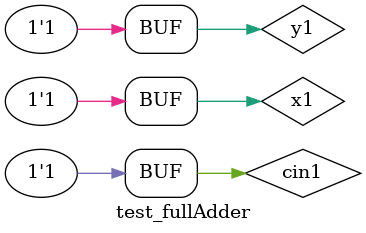
<source format=v>

module halfAdder(x, y, sum, cout);
input x, y;
output sum, cout;
xor(sum, x, y);
and(cout, x, y);
endmodule

module fullAdder(x, y, cin, cout, sum);
  input  x, y, cin;
  wire w0, w1, w2;
  output cout, sum;
  
  halfAdder h1(.x(cin), .y(x), .sum(w0), .cout(w1));
  halfAdder h2(.x(w0), .y(y), .sum(sum), .cout(w2));
  
  or(cout, w1, w2);
  
endmodule

module test_fullAdder;

reg x1, y1, cin1;
wire cout1, sum1;

fullAdder fadder1(.x(x1), .y(y1), .cin(cin1), .cout(cout1), .sum(sum1));

initial begin
$monitor("x=%b, y=%b, cin=%b => sum=%b, cout=%b ", x1, y1, cin1, sum1, cout1);
x1=1'b0;y1=1'b0;cin1=1'b0;
#10
x1=1'b0;y1=1'b0;cin1=1'b1;
#10
x1=1'b0;y1=1'b1;cin1=1'b0;
#10
x1=1'b0;y1=1'b1;cin1=1'b1;
#10
x1=1'b1;y1=1'b0;cin1=1'b0;
#10
x1=1'b1;y1=1'b0;cin1=1'b1;
#10
x1=1'b1;y1=1'b1;cin1=1'b0;
#10
x1=1'b1;y1=1'b1;cin1=1'b1;

end

endmodule



</source>
